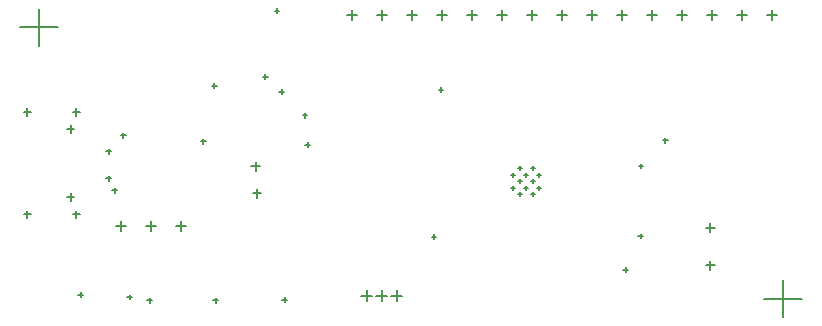
<source format=gbr>
%TF.GenerationSoftware,Altium Limited,Altium Designer,24.0.1 (36)*%
G04 Layer_Color=128*
%FSLAX45Y45*%
%MOMM*%
%TF.SameCoordinates,0E29F696-F137-483D-8A73-7D746D5A856F*%
%TF.FilePolarity,Positive*%
%TF.FileFunction,Drillmap*%
%TF.Part,Single*%
G01*
G75*
%TA.AperFunction,NonConductor*%
%ADD40C,0.12700*%
D40*
X4571000Y1401000D02*
X4601000D01*
X4586000Y1386000D02*
Y1416000D01*
X4461000Y1401000D02*
X4491000D01*
X4476000Y1386000D02*
Y1416000D01*
X4516000Y1456000D02*
X4546000D01*
X4531000Y1441000D02*
Y1471000D01*
X4406000Y1456000D02*
X4436000D01*
X4421000Y1441000D02*
Y1471000D01*
X4516000Y1346000D02*
X4546000D01*
X4531000Y1331000D02*
Y1361000D01*
X4571000Y1291000D02*
X4601000D01*
X4586000Y1276000D02*
Y1306000D01*
X4461000Y1291000D02*
X4491000D01*
X4476000Y1276000D02*
Y1306000D01*
X4406000Y1346000D02*
X4436000D01*
X4421000Y1331000D02*
Y1361000D01*
X4516000Y1236000D02*
X4546000D01*
X4531000Y1221000D02*
Y1251000D01*
X4351000Y1401000D02*
X4381000D01*
X4366000Y1386000D02*
Y1416000D01*
X4351000Y1291000D02*
X4381000D01*
X4366000Y1276000D02*
Y1306000D01*
X4406000Y1236000D02*
X4436000D01*
X4421000Y1221000D02*
Y1251000D01*
X6513500Y2750000D02*
X6598500D01*
X6556000Y2707500D02*
Y2792500D01*
X6259500Y2750000D02*
X6344500D01*
X6302000Y2707500D02*
Y2792500D01*
X4735500Y2750000D02*
X4820500D01*
X4778000Y2707500D02*
Y2792500D01*
X4481500Y2750000D02*
X4566500D01*
X4524000Y2707500D02*
Y2792500D01*
X4227500Y2750000D02*
X4312500D01*
X4270000Y2707500D02*
Y2792500D01*
X3973500Y2750000D02*
X4058500D01*
X4016000Y2707500D02*
Y2792500D01*
X2957500Y2750000D02*
X3042500D01*
X3000000Y2707500D02*
Y2792500D01*
X3211500Y2750000D02*
X3296500D01*
X3254000Y2707500D02*
Y2792500D01*
X3465500Y2750000D02*
X3550500D01*
X3508000Y2707500D02*
Y2792500D01*
X3719500Y2750000D02*
X3804500D01*
X3762000Y2707500D02*
Y2792500D01*
X4989500Y2750000D02*
X5074500D01*
X5032000Y2707500D02*
Y2792500D01*
X5243500Y2750000D02*
X5328500D01*
X5286000Y2707500D02*
Y2792500D01*
X5497500Y2750000D02*
X5582500D01*
X5540000Y2707500D02*
Y2792500D01*
X5751500Y2750000D02*
X5836500D01*
X5794000Y2707500D02*
Y2792500D01*
X6005500Y2750000D02*
X6090500D01*
X6048000Y2707500D02*
Y2792500D01*
X3077700Y378285D02*
X3170700D01*
X3124200Y331785D02*
Y424785D01*
X3204700Y378285D02*
X3297700D01*
X3251200Y331785D02*
Y424785D01*
X3331700Y378285D02*
X3424700D01*
X3378200Y331785D02*
Y424785D01*
X998900Y965200D02*
X1083900D01*
X1041400Y922700D02*
Y1007700D01*
X1252900Y965200D02*
X1337900D01*
X1295400Y922700D02*
Y1007700D01*
X1506900Y965200D02*
X1591900D01*
X1549400Y922700D02*
Y1007700D01*
X585500Y1789000D02*
X650500D01*
X618000Y1756500D02*
Y1821500D01*
X585500Y1211000D02*
X650500D01*
X618000Y1178500D02*
Y1243500D01*
X638000Y1068000D02*
X698000D01*
X668000Y1038000D02*
Y1098000D01*
X638000Y1932000D02*
X698000D01*
X668000Y1902000D02*
Y1962000D01*
X220000Y1068000D02*
X280000D01*
X250000Y1038000D02*
Y1098000D01*
X220000Y1932000D02*
X280000D01*
X250000Y1902000D02*
Y1962000D01*
X192500Y2650000D02*
X507500D01*
X350000Y2492500D02*
Y2807500D01*
X6492500Y350000D02*
X6807500D01*
X6650000Y192500D02*
Y507500D01*
X2146900Y1473200D02*
X2221900D01*
X2184400Y1435700D02*
Y1510700D01*
X2158300Y1244600D02*
X2233300D01*
X2195800Y1207100D02*
Y1282100D01*
X919800Y1371600D02*
X959800D01*
X939800Y1351600D02*
Y1391600D01*
X919800Y1600200D02*
X959800D01*
X939800Y1580200D02*
Y1620200D01*
X2344740Y2788920D02*
X2384740D01*
X2364740Y2768920D02*
Y2808920D01*
X2583500Y1905000D02*
X2623500D01*
X2603500Y1885000D02*
Y1925000D01*
X5995000Y635000D02*
X6070000D01*
X6032500Y597500D02*
Y672500D01*
X5995000Y952500D02*
X6070000D01*
X6032500Y915000D02*
Y990000D01*
X5634040Y1691640D02*
X5674040D01*
X5654040Y1671640D02*
Y1711640D01*
X1097600Y365760D02*
X1137600D01*
X1117600Y345760D02*
Y385760D01*
X683700Y386814D02*
X723700D01*
X703700Y366814D02*
Y406814D01*
X1267900Y336880D02*
X1307900D01*
X1287900Y316880D02*
Y356880D01*
X1720480Y1684020D02*
X1760480D01*
X1740480Y1664020D02*
Y1704020D01*
X1816420Y2153920D02*
X1856420D01*
X1836420Y2133920D02*
Y2173920D01*
X2248220Y2232660D02*
X2288220D01*
X2268220Y2212660D02*
Y2252660D01*
X5298760Y596900D02*
X5338760D01*
X5318760Y576900D02*
Y616900D01*
X2606360Y1656080D02*
X2646360D01*
X2626360Y1636080D02*
Y1676080D01*
X3675700Y876300D02*
X3715700D01*
X3695700Y856300D02*
Y896300D01*
X5425760Y881380D02*
X5465760D01*
X5445760Y861380D02*
Y901380D01*
X5427000Y1476000D02*
X5467000D01*
X5447000Y1456000D02*
Y1496000D01*
X970600Y1270000D02*
X1010600D01*
X990600Y1250000D02*
Y1290000D01*
X3734120Y2120900D02*
X3774120D01*
X3754120Y2100900D02*
Y2140900D01*
X2410900Y342880D02*
X2450900D01*
X2430900Y322880D02*
Y362880D01*
X1826700Y336880D02*
X1866700D01*
X1846700Y316880D02*
Y356880D01*
X2385380Y2103120D02*
X2425380D01*
X2405380Y2083120D02*
Y2123120D01*
X1043280Y1734820D02*
X1083280D01*
X1063280Y1714820D02*
Y1754820D01*
%TF.MD5,74181cd8b30651168f67595e5e9269c1*%
M02*

</source>
